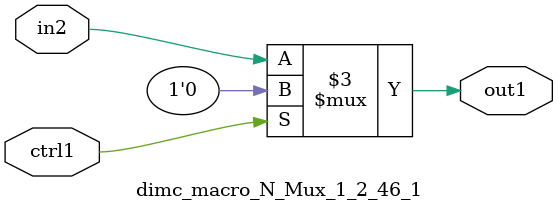
<source format=v>

`timescale 1ps / 1ps


module dimc_macro_N_Mux_1_2_46_1( in2, ctrl1, out1 );

    input in2;
    input ctrl1;
    output out1;
    reg out1;

    
    // rtl_process:dimc_macro_N_Mux_1_2_46_1/dimc_macro_N_Mux_1_2_46_1_thread_1
    always @*
      begin : dimc_macro_N_Mux_1_2_46_1_thread_1
        case (ctrl1) 
          1'b1: 
            begin
              out1 = 1'b0;
            end
          default: 
            begin
              out1 = in2;
            end
        endcase
      end

endmodule


</source>
